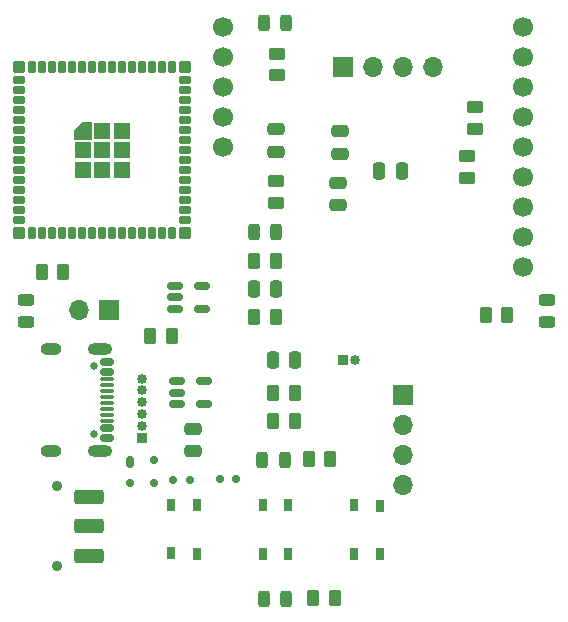
<source format=gbr>
%TF.GenerationSoftware,KiCad,Pcbnew,8.0.1*%
%TF.CreationDate,2024-05-04T10:24:30-07:00*%
%TF.ProjectId,schematic,73636865-6d61-4746-9963-2e6b69636164,rev?*%
%TF.SameCoordinates,Original*%
%TF.FileFunction,Soldermask,Top*%
%TF.FilePolarity,Negative*%
%FSLAX46Y46*%
G04 Gerber Fmt 4.6, Leading zero omitted, Abs format (unit mm)*
G04 Created by KiCad (PCBNEW 8.0.1) date 2024-05-04 10:24:30*
%MOMM*%
%LPD*%
G01*
G04 APERTURE LIST*
G04 Aperture macros list*
%AMRoundRect*
0 Rectangle with rounded corners*
0 $1 Rounding radius*
0 $2 $3 $4 $5 $6 $7 $8 $9 X,Y pos of 4 corners*
0 Add a 4 corners polygon primitive as box body*
4,1,4,$2,$3,$4,$5,$6,$7,$8,$9,$2,$3,0*
0 Add four circle primitives for the rounded corners*
1,1,$1+$1,$2,$3*
1,1,$1+$1,$4,$5*
1,1,$1+$1,$6,$7*
1,1,$1+$1,$8,$9*
0 Add four rect primitives between the rounded corners*
20,1,$1+$1,$2,$3,$4,$5,0*
20,1,$1+$1,$4,$5,$6,$7,0*
20,1,$1+$1,$6,$7,$8,$9,0*
20,1,$1+$1,$8,$9,$2,$3,0*%
G04 Aperture macros list end*
%ADD10C,0.010000*%
%ADD11RoundRect,0.250000X0.475000X-0.250000X0.475000X0.250000X-0.475000X0.250000X-0.475000X-0.250000X0*%
%ADD12RoundRect,0.175000X-0.175000X-0.325000X0.175000X-0.325000X0.175000X0.325000X-0.175000X0.325000X0*%
%ADD13RoundRect,0.150000X-0.200000X-0.150000X0.200000X-0.150000X0.200000X0.150000X-0.200000X0.150000X0*%
%ADD14RoundRect,0.243750X0.243750X0.456250X-0.243750X0.456250X-0.243750X-0.456250X0.243750X-0.456250X0*%
%ADD15RoundRect,0.250000X-0.450000X0.262500X-0.450000X-0.262500X0.450000X-0.262500X0.450000X0.262500X0*%
%ADD16RoundRect,0.150000X-0.512500X-0.150000X0.512500X-0.150000X0.512500X0.150000X-0.512500X0.150000X0*%
%ADD17RoundRect,0.250000X0.262500X0.450000X-0.262500X0.450000X-0.262500X-0.450000X0.262500X-0.450000X0*%
%ADD18R,0.650000X1.050000*%
%ADD19C,0.900000*%
%ADD20RoundRect,0.250000X-1.000000X0.375000X-1.000000X-0.375000X1.000000X-0.375000X1.000000X0.375000X0*%
%ADD21RoundRect,0.250000X-0.475000X0.250000X-0.475000X-0.250000X0.475000X-0.250000X0.475000X0.250000X0*%
%ADD22RoundRect,0.150000X0.150000X0.200000X-0.150000X0.200000X-0.150000X-0.200000X0.150000X-0.200000X0*%
%ADD23R,0.850000X0.850000*%
%ADD24O,0.850000X0.850000*%
%ADD25C,0.650000*%
%ADD26RoundRect,0.150000X-0.425000X0.150000X-0.425000X-0.150000X0.425000X-0.150000X0.425000X0.150000X0*%
%ADD27RoundRect,0.075000X-0.500000X0.075000X-0.500000X-0.075000X0.500000X-0.075000X0.500000X0.075000X0*%
%ADD28O,2.100000X1.000000*%
%ADD29O,1.800000X1.000000*%
%ADD30R,1.700000X1.700000*%
%ADD31O,1.700000X1.700000*%
%ADD32RoundRect,0.250000X-0.250000X-0.475000X0.250000X-0.475000X0.250000X0.475000X-0.250000X0.475000X0*%
%ADD33RoundRect,0.250000X-0.262500X-0.450000X0.262500X-0.450000X0.262500X0.450000X-0.262500X0.450000X0*%
%ADD34RoundRect,0.243750X0.456250X-0.243750X0.456250X0.243750X-0.456250X0.243750X-0.456250X-0.243750X0*%
%ADD35RoundRect,0.102000X-0.400000X-0.200000X0.400000X-0.200000X0.400000X0.200000X-0.400000X0.200000X0*%
%ADD36RoundRect,0.102000X-0.200000X-0.400000X0.200000X-0.400000X0.200000X0.400000X-0.200000X0.400000X0*%
%ADD37RoundRect,0.102000X-0.600000X-0.600000X0.600000X-0.600000X0.600000X0.600000X-0.600000X0.600000X0*%
%ADD38RoundRect,0.102000X-0.400000X-0.400000X0.400000X-0.400000X0.400000X0.400000X-0.400000X0.400000X0*%
%ADD39RoundRect,0.150000X-0.150000X-0.200000X0.150000X-0.200000X0.150000X0.200000X-0.150000X0.200000X0*%
%ADD40RoundRect,0.250000X0.450000X-0.262500X0.450000X0.262500X-0.450000X0.262500X-0.450000X-0.262500X0*%
%ADD41RoundRect,0.243750X-0.243750X-0.456250X0.243750X-0.456250X0.243750X0.456250X-0.243750X0.456250X0*%
%ADD42C,1.700000*%
G04 APERTURE END LIST*
D10*
%TO.C,U1*%
X128250000Y-69100000D02*
X126850000Y-69100000D01*
X126850000Y-68350000D01*
X127500000Y-67700000D01*
X128250000Y-67700000D01*
X128250000Y-69100000D01*
G36*
X128250000Y-69100000D02*
G01*
X126850000Y-69100000D01*
X126850000Y-68350000D01*
X127500000Y-67700000D01*
X128250000Y-67700000D01*
X128250000Y-69100000D01*
G37*
%TD*%
D11*
%TO.C,C5*%
X143900000Y-70200000D03*
X143900000Y-68300000D03*
%TD*%
D12*
%TO.C,D10*%
X131600000Y-96500000D03*
D13*
X131600000Y-98200000D03*
X133600000Y-98200000D03*
X133600000Y-96300000D03*
%TD*%
D14*
%TO.C,D6*%
X144775000Y-108050000D03*
X142900000Y-108050000D03*
%TD*%
D15*
%TO.C,R3*%
X160750000Y-66407500D03*
X160750000Y-68232500D03*
%TD*%
D16*
%TO.C,U6*%
X135531300Y-89631200D03*
X135531300Y-90581200D03*
X135531300Y-91531200D03*
X137806300Y-91531200D03*
X137806300Y-89631200D03*
%TD*%
D17*
%TO.C,R5*%
X145512500Y-93000000D03*
X143687500Y-93000000D03*
%TD*%
D18*
%TO.C,SW4*%
X137190000Y-100070000D03*
X137190000Y-104220000D03*
X135040000Y-100070000D03*
X135040000Y-104195000D03*
%TD*%
D17*
%TO.C,R9*%
X148912500Y-108000000D03*
X147087500Y-108000000D03*
%TD*%
D19*
%TO.C,S1*%
X125350000Y-98500000D03*
X125350000Y-105300000D03*
D20*
X128100000Y-99400000D03*
X128100000Y-101900000D03*
X128100000Y-104400000D03*
%TD*%
D21*
%TO.C,C6*%
X149200000Y-72800000D03*
X149200000Y-74700000D03*
%TD*%
D22*
%TO.C,D1*%
X139168800Y-97931200D03*
X140568800Y-97931200D03*
%TD*%
D17*
%TO.C,R1*%
X143912500Y-79400000D03*
X142087500Y-79400000D03*
%TD*%
D23*
%TO.C,U4*%
X132600000Y-94400000D03*
D24*
X132600000Y-93400000D03*
X132600000Y-92400000D03*
X132600000Y-91400000D03*
X132600000Y-90400000D03*
X132600000Y-89400000D03*
%TD*%
D25*
%TO.C,J5*%
X128525000Y-88310000D03*
X128525000Y-94090000D03*
D26*
X129600000Y-88000000D03*
X129600000Y-88800000D03*
D27*
X129600000Y-89950000D03*
X129600000Y-90950000D03*
X129600000Y-91450000D03*
X129600000Y-92450000D03*
D26*
X129600000Y-93600000D03*
X129600000Y-94400000D03*
X129600000Y-94400000D03*
X129600000Y-93600000D03*
D27*
X129600000Y-92950000D03*
X129600000Y-91950000D03*
X129600000Y-90450000D03*
X129600000Y-89450000D03*
D26*
X129600000Y-88800000D03*
X129600000Y-88000000D03*
D28*
X129025000Y-86880000D03*
D29*
X124845000Y-86880000D03*
D28*
X129025000Y-95520000D03*
D29*
X124845000Y-95520000D03*
%TD*%
D30*
%TO.C,BT1*%
X129800000Y-83600000D03*
D31*
X127260000Y-83600000D03*
%TD*%
D14*
%TO.C,D7*%
X144772500Y-59280000D03*
X142897500Y-59280000D03*
%TD*%
D32*
%TO.C,C2*%
X143650000Y-87800000D03*
X145550000Y-87800000D03*
%TD*%
D17*
%TO.C,R13*%
X163512500Y-84000000D03*
X161687500Y-84000000D03*
%TD*%
D33*
%TO.C,R11*%
X146687500Y-96200000D03*
X148512500Y-96200000D03*
%TD*%
D18*
%TO.C,SW5*%
X144940000Y-100095000D03*
X144940000Y-104245000D03*
X142790000Y-100095000D03*
X142790000Y-104220000D03*
%TD*%
D33*
%TO.C,R4*%
X142087500Y-84200000D03*
X143912500Y-84200000D03*
%TD*%
%TO.C,R7*%
X133287500Y-85800000D03*
X135112500Y-85800000D03*
%TD*%
D34*
%TO.C,D5*%
X122785000Y-84587500D03*
X122785000Y-82712500D03*
%TD*%
D14*
%TO.C,D8*%
X144650000Y-96300000D03*
X142775000Y-96300000D03*
%TD*%
D34*
%TO.C,D9*%
X166850000Y-84587500D03*
X166850000Y-82712500D03*
%TD*%
D35*
%TO.C,U1*%
X122200000Y-64100000D03*
X122200000Y-64950000D03*
X122200000Y-65800000D03*
X122200000Y-66650000D03*
X122200000Y-67500000D03*
X122200000Y-68350000D03*
X122200000Y-69200000D03*
X122200000Y-70050000D03*
X122200000Y-70900000D03*
X122200000Y-71750000D03*
X122200000Y-72600000D03*
X122200000Y-73450000D03*
X122200000Y-74300000D03*
X122200000Y-75150000D03*
X122200000Y-76000000D03*
D36*
X123250000Y-77050000D03*
X124100000Y-77050000D03*
X124950000Y-77050000D03*
X125800000Y-77050000D03*
X126650000Y-77050000D03*
X127500000Y-77050000D03*
X128350000Y-77050000D03*
X129200000Y-77050000D03*
X130050000Y-77050000D03*
X130900000Y-77050000D03*
X131750000Y-77050000D03*
X132600000Y-77050000D03*
X133450000Y-77050000D03*
X134300000Y-77050000D03*
X135150000Y-77050000D03*
D35*
X136200000Y-76000000D03*
X136200000Y-75150000D03*
X136200000Y-74300000D03*
X136200000Y-73450000D03*
X136200000Y-72600000D03*
X136200000Y-71750000D03*
X136200000Y-70900000D03*
X136200000Y-70050000D03*
X136200000Y-69200000D03*
X136200000Y-68350000D03*
X136200000Y-67500000D03*
X136200000Y-66650000D03*
X136200000Y-65800000D03*
X136200000Y-64950000D03*
X136200000Y-64100000D03*
D36*
X135150000Y-63050000D03*
X134300000Y-63050000D03*
X133450000Y-63050000D03*
X132600000Y-63050000D03*
X131750000Y-63050000D03*
X130900000Y-63050000D03*
X130050000Y-63050000D03*
X129200000Y-63050000D03*
X128350000Y-63050000D03*
X127500000Y-63050000D03*
X126650000Y-63050000D03*
X125800000Y-63050000D03*
X124950000Y-63050000D03*
X124100000Y-63050000D03*
X123250000Y-63050000D03*
D37*
X129200000Y-70050000D03*
X129200000Y-68400000D03*
X130850000Y-68400000D03*
X130850000Y-70050000D03*
X130850000Y-71700000D03*
X129200000Y-71700000D03*
X127550000Y-71700000D03*
X127550000Y-70050000D03*
D38*
X122200000Y-63050000D03*
X122200000Y-77050000D03*
X136200000Y-77050000D03*
X136200000Y-63050000D03*
%TD*%
D18*
%TO.C,SW6*%
X150540000Y-104270000D03*
X150540000Y-100120000D03*
X152690000Y-104270000D03*
X152690000Y-100145000D03*
%TD*%
D11*
%TO.C,C7*%
X149300000Y-70350000D03*
X149300000Y-68450000D03*
%TD*%
D33*
%TO.C,R8*%
X124087500Y-80400000D03*
X125912500Y-80400000D03*
%TD*%
D32*
%TO.C,C1*%
X142050000Y-81800000D03*
X143950000Y-81800000D03*
%TD*%
D15*
%TO.C,R10*%
X144000000Y-61887500D03*
X144000000Y-63712500D03*
%TD*%
D30*
%TO.C,J3*%
X149550000Y-63050000D03*
D31*
X152090000Y-63050000D03*
X154630000Y-63050000D03*
X157170000Y-63050000D03*
%TD*%
D39*
%TO.C,D2*%
X136600000Y-97981200D03*
X135200000Y-97981200D03*
%TD*%
D40*
%TO.C,R12*%
X143900000Y-74512500D03*
X143900000Y-72687500D03*
%TD*%
D17*
%TO.C,R6*%
X145512500Y-90600000D03*
X143687500Y-90600000D03*
%TD*%
D32*
%TO.C,C9*%
X152650000Y-71800000D03*
X154550000Y-71800000D03*
%TD*%
D21*
%TO.C,C8*%
X136868800Y-93631200D03*
X136868800Y-95531200D03*
%TD*%
D41*
%TO.C,D3*%
X142062500Y-77000000D03*
X143937500Y-77000000D03*
%TD*%
D16*
%TO.C,U2*%
X135400000Y-81562500D03*
X135400000Y-82512500D03*
X135400000Y-83462500D03*
X137675000Y-83462500D03*
X137675000Y-81562500D03*
%TD*%
D23*
%TO.C,J1*%
X149600000Y-87800000D03*
D24*
X150600000Y-87800000D03*
%TD*%
D15*
%TO.C,R2*%
X160100000Y-70575000D03*
X160100000Y-72400000D03*
%TD*%
D30*
%TO.C,J4*%
X154650000Y-90780000D03*
D31*
X154650000Y-93320000D03*
X154650000Y-95860000D03*
X154650000Y-98400000D03*
%TD*%
D42*
%TO.C,U5*%
X164835000Y-59600000D03*
X164835000Y-62140000D03*
X164835000Y-64680000D03*
X164835000Y-67220000D03*
X164835000Y-69760000D03*
X164835000Y-72300000D03*
X164835000Y-74840000D03*
X164835000Y-77380000D03*
X164835000Y-79920000D03*
X139435000Y-59600000D03*
X139435000Y-62140000D03*
X139435000Y-64680000D03*
X139435000Y-67220000D03*
X139435000Y-69760000D03*
%TD*%
M02*

</source>
